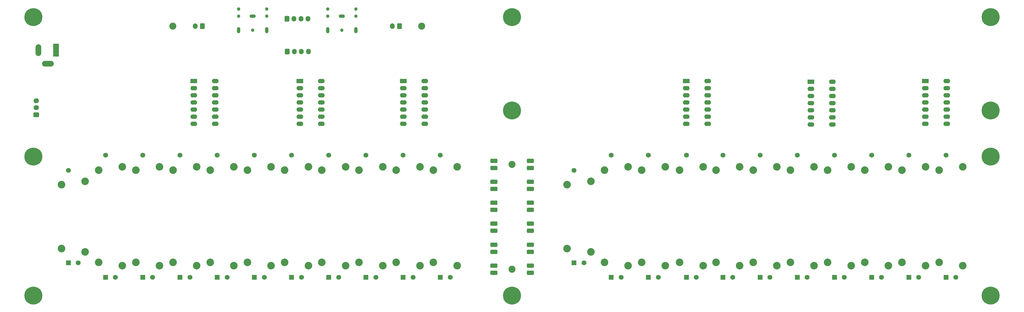
<source format=gbr>
%TF.GenerationSoftware,KiCad,Pcbnew,8.0.8*%
%TF.CreationDate,2025-02-12T06:41:47+01:00*%
%TF.ProjectId,20 Bands Equalizer,32302042-616e-4647-9320-457175616c69,rev?*%
%TF.SameCoordinates,Original*%
%TF.FileFunction,Soldermask,Bot*%
%TF.FilePolarity,Negative*%
%FSLAX46Y46*%
G04 Gerber Fmt 4.6, Leading zero omitted, Abs format (unit mm)*
G04 Created by KiCad (PCBNEW 8.0.8) date 2025-02-12 06:41:47*
%MOMM*%
%LPD*%
G01*
G04 APERTURE LIST*
G04 Aperture macros list*
%AMRoundRect*
0 Rectangle with rounded corners*
0 $1 Rounding radius*
0 $2 $3 $4 $5 $6 $7 $8 $9 X,Y pos of 4 corners*
0 Add a 4 corners polygon primitive as box body*
4,1,4,$2,$3,$4,$5,$6,$7,$8,$9,$2,$3,0*
0 Add four circle primitives for the rounded corners*
1,1,$1+$1,$2,$3*
1,1,$1+$1,$4,$5*
1,1,$1+$1,$6,$7*
1,1,$1+$1,$8,$9*
0 Add four rect primitives between the rounded corners*
20,1,$1+$1,$2,$3,$4,$5,0*
20,1,$1+$1,$4,$5,$6,$7,0*
20,1,$1+$1,$6,$7,$8,$9,0*
20,1,$1+$1,$8,$9,$2,$3,0*%
G04 Aperture macros list end*
%ADD10RoundRect,0.400000X0.850000X-0.400000X0.850000X0.400000X-0.850000X0.400000X-0.850000X-0.400000X0*%
%ADD11C,0.800000*%
%ADD12C,6.400000*%
%ADD13R,1.750000X1.750000*%
%ADD14C,1.750000*%
%ADD15C,2.700000*%
%ADD16C,2.500000*%
%ADD17R,2.400000X1.600000*%
%ADD18O,2.400000X1.600000*%
%ADD19C,1.200000*%
%ADD20O,1.200000X2.200000*%
%ADD21O,2.200000X1.200000*%
%ADD22RoundRect,0.250000X-0.600000X-0.725000X0.600000X-0.725000X0.600000X0.725000X-0.600000X0.725000X0*%
%ADD23O,1.700000X1.950000*%
%ADD24RoundRect,0.250000X0.600000X0.750000X-0.600000X0.750000X-0.600000X-0.750000X0.600000X-0.750000X0*%
%ADD25O,1.700000X2.000000*%
%ADD26RoundRect,0.250000X0.725000X-0.600000X0.725000X0.600000X-0.725000X0.600000X-0.725000X-0.600000X0*%
%ADD27O,1.950000X1.700000*%
%ADD28R,2.000000X4.600000*%
%ADD29O,2.000000X4.200000*%
%ADD30O,4.200000X2.000000*%
G04 APERTURE END LIST*
D10*
%TO.C,D11*%
X198527500Y-88976667D03*
X198527500Y-86436667D03*
%TD*%
D11*
%TO.C,H3*%
X202552500Y-35264611D03*
X203255444Y-33567555D03*
X203255444Y-36961667D03*
X204952500Y-32864611D03*
D12*
X204952500Y-35264611D03*
D11*
X204952500Y-37664611D03*
X206649556Y-33567555D03*
X206649556Y-36961667D03*
X207352500Y-35264611D03*
%TD*%
D10*
%TO.C,D19*%
X211447500Y-103916667D03*
X211447500Y-101376667D03*
%TD*%
D11*
%TO.C,H6*%
X372552500Y-134461667D03*
X373255444Y-132764611D03*
X373255444Y-136158723D03*
X374952500Y-132061667D03*
D12*
X374952500Y-134461667D03*
D11*
X374952500Y-136861667D03*
X376649556Y-132764611D03*
X376649556Y-136158723D03*
X377352500Y-134461667D03*
%TD*%
D10*
%TO.C,D4*%
X198527500Y-118856667D03*
X198527500Y-116316667D03*
%TD*%
D11*
%TO.C,H8*%
X372552500Y-84913139D03*
X373255444Y-83216083D03*
X373255444Y-86610195D03*
X374952500Y-82513139D03*
D12*
X374952500Y-84913139D03*
D11*
X374952500Y-87313139D03*
X376649556Y-83216083D03*
X376649556Y-86610195D03*
X377352500Y-84913139D03*
%TD*%
%TO.C,H14*%
X372552500Y-68520000D03*
X373255444Y-66822944D03*
X373255444Y-70217056D03*
X374952500Y-66120000D03*
D12*
X374952500Y-68520000D03*
D11*
X374952500Y-70920000D03*
X376649556Y-66822944D03*
X376649556Y-70217056D03*
X377352500Y-68520000D03*
%TD*%
D13*
%TO.C,RV20*%
X332686553Y-127931667D03*
D14*
X336186553Y-127931667D03*
X332686553Y-84431667D03*
D15*
X338636553Y-123781667D03*
X330236553Y-122581667D03*
X330236553Y-89781667D03*
X338636553Y-88581667D03*
%TD*%
D16*
%TO.C,H9*%
X204987500Y-87706667D03*
%TD*%
D10*
%TO.C,D12*%
X211447500Y-126326667D03*
X211447500Y-123786667D03*
%TD*%
D13*
%TO.C,RV1*%
X60608667Y-127931667D03*
D14*
X64108667Y-127931667D03*
X60608667Y-84431667D03*
D15*
X66558667Y-123781667D03*
X58158667Y-122581667D03*
X58158667Y-89781667D03*
X66558667Y-88581667D03*
%TD*%
D10*
%TO.C,D21*%
X211447500Y-96446667D03*
X211447500Y-93906667D03*
%TD*%
D17*
%TO.C,U4*%
X166332500Y-57981667D03*
D18*
X166332500Y-60521667D03*
X166332500Y-63061667D03*
X166332500Y-65601667D03*
X166332500Y-68141667D03*
X166332500Y-70681667D03*
X166332500Y-73221667D03*
X173952500Y-73221667D03*
X173952500Y-70681667D03*
X173952500Y-68141667D03*
X173952500Y-65601667D03*
X173952500Y-63061667D03*
X173952500Y-60521667D03*
X173952500Y-57981667D03*
%TD*%
D13*
%TO.C,RV3*%
X47398334Y-122806667D03*
D14*
X50898334Y-122806667D03*
X47398334Y-89806667D03*
D15*
X53348334Y-118906667D03*
X44948334Y-117706667D03*
X44948334Y-94906667D03*
X53348334Y-93706667D03*
%TD*%
D19*
%TO.C,J4*%
X149532500Y-34884611D03*
X149532500Y-32384611D03*
X144532500Y-39884611D03*
X139532500Y-34884611D03*
X139532500Y-32384611D03*
D20*
X149532500Y-39884611D03*
D21*
X144532500Y-34884611D03*
D20*
X139532500Y-39884611D03*
%TD*%
D17*
%TO.C,U7*%
X351737500Y-57981667D03*
D18*
X351737500Y-60521667D03*
X351737500Y-63061667D03*
X351737500Y-65601667D03*
X351737500Y-68141667D03*
X351737500Y-70681667D03*
X351737500Y-73221667D03*
X359357500Y-73221667D03*
X359357500Y-70681667D03*
X359357500Y-68141667D03*
X359357500Y-65601667D03*
X359357500Y-63061667D03*
X359357500Y-60521667D03*
X359357500Y-57981667D03*
%TD*%
D11*
%TO.C,H4*%
X202552500Y-134461667D03*
X203255444Y-132764611D03*
X203255444Y-136158723D03*
X204952500Y-132061667D03*
D12*
X204952500Y-134461667D03*
D11*
X204952500Y-136861667D03*
X206649556Y-132764611D03*
X206649556Y-136158723D03*
X207352500Y-134461667D03*
%TD*%
D13*
%TO.C,RV13*%
X253424555Y-127931667D03*
D14*
X256924555Y-127931667D03*
X253424555Y-84431667D03*
D15*
X259374555Y-123781667D03*
X250974555Y-122581667D03*
X250974555Y-89781667D03*
X259374555Y-88581667D03*
%TD*%
D13*
%TO.C,RV14*%
X227003889Y-122806667D03*
D14*
X230503889Y-122806667D03*
X227003889Y-89806667D03*
D15*
X232953889Y-118906667D03*
X224553889Y-117706667D03*
X224553889Y-94906667D03*
X232953889Y-93706667D03*
%TD*%
D13*
%TO.C,RV19*%
X319476220Y-127931667D03*
D14*
X322976220Y-127931667D03*
X319476220Y-84431667D03*
D15*
X325426220Y-123781667D03*
X317026220Y-122581667D03*
X317026220Y-89781667D03*
X325426220Y-88581667D03*
%TD*%
D17*
%TO.C,U2*%
X91927500Y-57981667D03*
D18*
X91927500Y-60521667D03*
X91927500Y-63061667D03*
X91927500Y-65601667D03*
X91927500Y-68141667D03*
X91927500Y-70681667D03*
X91927500Y-73221667D03*
X99547500Y-73221667D03*
X99547500Y-70681667D03*
X99547500Y-68141667D03*
X99547500Y-65601667D03*
X99547500Y-63061667D03*
X99547500Y-60521667D03*
X99547500Y-57981667D03*
%TD*%
D22*
%TO.C,J7*%
X125130000Y-47500000D03*
D23*
X127630000Y-47500000D03*
X130130000Y-47500000D03*
X132630000Y-47500000D03*
%TD*%
D24*
%TO.C,J3*%
X164952500Y-38464611D03*
D25*
X162452500Y-38464611D03*
%TD*%
D22*
%TO.C,J6*%
X124992500Y-35861667D03*
D23*
X127492500Y-35861667D03*
X129992500Y-35861667D03*
X132492500Y-35861667D03*
%TD*%
D16*
%TO.C,H11*%
X84502500Y-38464611D03*
%TD*%
D10*
%TO.C,D22*%
X211447500Y-88976667D03*
X211447500Y-86436667D03*
%TD*%
D26*
%TO.C,J5*%
X36000000Y-70000000D03*
D27*
X36000000Y-67500000D03*
X36000000Y-65000000D03*
%TD*%
D13*
%TO.C,RV17*%
X293055554Y-127931667D03*
D14*
X296555554Y-127931667D03*
X293055554Y-84431667D03*
D15*
X299005554Y-123781667D03*
X290605554Y-122581667D03*
X290605554Y-89781667D03*
X299005554Y-88581667D03*
%TD*%
D13*
%TO.C,RV4*%
X87029333Y-127931667D03*
D14*
X90529333Y-127931667D03*
X87029333Y-84431667D03*
D15*
X92979333Y-123781667D03*
X84579333Y-122581667D03*
X84579333Y-89781667D03*
X92979333Y-88581667D03*
%TD*%
D10*
%TO.C,D6*%
X198527500Y-111386667D03*
X198527500Y-108846667D03*
%TD*%
D13*
%TO.C,RV10*%
X166291331Y-127931667D03*
D14*
X169791331Y-127931667D03*
X166291331Y-84431667D03*
D15*
X172241331Y-123781667D03*
X163841331Y-122581667D03*
X163841331Y-89781667D03*
X172241331Y-88581667D03*
%TD*%
D13*
%TO.C,RV6*%
X113449999Y-127931667D03*
D14*
X116949999Y-127931667D03*
X113449999Y-84431667D03*
D15*
X119399999Y-123781667D03*
X110999999Y-122581667D03*
X110999999Y-89781667D03*
X119399999Y-88581667D03*
%TD*%
D10*
%TO.C,D10*%
X198527500Y-96446667D03*
X198527500Y-93906667D03*
%TD*%
D16*
%TO.C,H12*%
X172902500Y-38464611D03*
%TD*%
D13*
%TO.C,RV16*%
X279845221Y-127931667D03*
D14*
X283345221Y-127931667D03*
X279845221Y-84431667D03*
D15*
X285795221Y-123781667D03*
X277395221Y-122581667D03*
X277395221Y-89781667D03*
X285795221Y-88581667D03*
%TD*%
D13*
%TO.C,RV21*%
X345896886Y-127931667D03*
D14*
X349396886Y-127931667D03*
X345896886Y-84431667D03*
D15*
X351846886Y-123781667D03*
X343446886Y-122581667D03*
X343446886Y-89781667D03*
X351846886Y-88581667D03*
%TD*%
D13*
%TO.C,RV5*%
X100239666Y-127931667D03*
D14*
X103739666Y-127931667D03*
X100239666Y-84431667D03*
D15*
X106189666Y-123781667D03*
X97789666Y-122581667D03*
X97789666Y-89781667D03*
X106189666Y-88581667D03*
%TD*%
D10*
%TO.C,D17*%
X211447500Y-111386667D03*
X211447500Y-108846667D03*
%TD*%
D11*
%TO.C,H5*%
X372552500Y-35264611D03*
X373255444Y-33567555D03*
X373255444Y-36961667D03*
X374952500Y-32864611D03*
D12*
X374952500Y-35264611D03*
D11*
X374952500Y-37664611D03*
X376649556Y-33567555D03*
X376649556Y-36961667D03*
X377352500Y-35264611D03*
%TD*%
D13*
%TO.C,RV11*%
X179501667Y-127931667D03*
D14*
X183001667Y-127931667D03*
X179501667Y-84431667D03*
D15*
X185451667Y-123781667D03*
X177051667Y-122581667D03*
X177051667Y-89781667D03*
X185451667Y-88581667D03*
%TD*%
D17*
%TO.C,U5*%
X266847500Y-57981667D03*
D18*
X266847500Y-60521667D03*
X266847500Y-63061667D03*
X266847500Y-65601667D03*
X266847500Y-68141667D03*
X266847500Y-70681667D03*
X266847500Y-73221667D03*
X274467500Y-73221667D03*
X274467500Y-70681667D03*
X274467500Y-68141667D03*
X274467500Y-65601667D03*
X274467500Y-63061667D03*
X274467500Y-60521667D03*
X274467500Y-57981667D03*
%TD*%
D13*
%TO.C,RV7*%
X126660332Y-127931667D03*
D14*
X130160332Y-127931667D03*
X126660332Y-84431667D03*
D15*
X132610332Y-123781667D03*
X124210332Y-122581667D03*
X124210332Y-89781667D03*
X132610332Y-88581667D03*
%TD*%
D13*
%TO.C,RV15*%
X266923055Y-127931667D03*
D14*
X270423055Y-127931667D03*
X266923055Y-84431667D03*
D15*
X272873055Y-123781667D03*
X264473055Y-122581667D03*
X264473055Y-89781667D03*
X272873055Y-88581667D03*
%TD*%
D24*
%TO.C,J2*%
X94952500Y-38464611D03*
D25*
X92452500Y-38464611D03*
%TD*%
D11*
%TO.C,H7*%
X32552500Y-84913139D03*
X33255444Y-83216083D03*
X33255444Y-86610195D03*
X34952500Y-82513139D03*
D12*
X34952500Y-84913139D03*
D11*
X34952500Y-87313139D03*
X36649556Y-83216083D03*
X36649556Y-86610195D03*
X37352500Y-84913139D03*
%TD*%
D17*
%TO.C,U6*%
X311137500Y-58254167D03*
D18*
X311137500Y-60794167D03*
X311137500Y-63334167D03*
X311137500Y-65874167D03*
X311137500Y-68414167D03*
X311137500Y-70954167D03*
X311137500Y-73494167D03*
X318757500Y-73494167D03*
X318757500Y-70954167D03*
X318757500Y-68414167D03*
X318757500Y-65874167D03*
X318757500Y-63334167D03*
X318757500Y-60794167D03*
X318757500Y-58254167D03*
%TD*%
D28*
%TO.C,J8*%
X43024944Y-47026779D03*
D29*
X36724944Y-47026779D03*
D30*
X40124944Y-51826779D03*
%TD*%
D19*
%TO.C,J1*%
X117872500Y-34884611D03*
X117872500Y-32384611D03*
X112872500Y-39884611D03*
X107872500Y-34884611D03*
X107872500Y-32384611D03*
D20*
X117872500Y-39884611D03*
D21*
X112872500Y-34884611D03*
D20*
X107872500Y-39884611D03*
%TD*%
D17*
%TO.C,U3*%
X129567500Y-57981667D03*
D18*
X129567500Y-60521667D03*
X129567500Y-63061667D03*
X129567500Y-65601667D03*
X129567500Y-68141667D03*
X129567500Y-70681667D03*
X129567500Y-73221667D03*
X137187500Y-73221667D03*
X137187500Y-70681667D03*
X137187500Y-68141667D03*
X137187500Y-65601667D03*
X137187500Y-63061667D03*
X137187500Y-60521667D03*
X137187500Y-57981667D03*
%TD*%
D13*
%TO.C,RV9*%
X153080998Y-127931667D03*
D14*
X156580998Y-127931667D03*
X153080998Y-84431667D03*
D15*
X159030998Y-123781667D03*
X150630998Y-122581667D03*
X150630998Y-89781667D03*
X159030998Y-88581667D03*
%TD*%
D10*
%TO.C,D15*%
X211447500Y-118856667D03*
X211447500Y-116316667D03*
%TD*%
D11*
%TO.C,H1*%
X32552500Y-35264611D03*
X33255444Y-33567555D03*
X33255444Y-36961667D03*
X34952500Y-32864611D03*
D12*
X34952500Y-35264611D03*
D11*
X34952500Y-37664611D03*
X36649556Y-33567555D03*
X36649556Y-36961667D03*
X37352500Y-35264611D03*
%TD*%
D13*
%TO.C,RV2*%
X73819000Y-127931667D03*
D14*
X77319000Y-127931667D03*
X73819000Y-84431667D03*
D15*
X79769000Y-123781667D03*
X71369000Y-122581667D03*
X71369000Y-89781667D03*
X79769000Y-88581667D03*
%TD*%
D11*
%TO.C,H2*%
X32552500Y-134461667D03*
X33255444Y-132764611D03*
X33255444Y-136158723D03*
X34952500Y-132061667D03*
D12*
X34952500Y-134461667D03*
D11*
X34952500Y-136861667D03*
X36649556Y-132764611D03*
X36649556Y-136158723D03*
X37352500Y-134461667D03*
%TD*%
D16*
%TO.C,H10*%
X204987500Y-125056667D03*
%TD*%
D13*
%TO.C,RV18*%
X306265887Y-127931667D03*
D14*
X309765887Y-127931667D03*
X306265887Y-84431667D03*
D15*
X312215887Y-123781667D03*
X303815887Y-122581667D03*
X303815887Y-89781667D03*
X312215887Y-88581667D03*
%TD*%
D13*
%TO.C,RV8*%
X139870665Y-127931667D03*
D14*
X143370665Y-127931667D03*
X139870665Y-84431667D03*
D15*
X145820665Y-123781667D03*
X137420665Y-122581667D03*
X137420665Y-89781667D03*
X145820665Y-88581667D03*
%TD*%
D10*
%TO.C,D8*%
X198527500Y-103916667D03*
X198527500Y-101376667D03*
%TD*%
%TO.C,D1*%
X198527500Y-126326667D03*
X198527500Y-123786667D03*
%TD*%
D13*
%TO.C,RV12*%
X240214222Y-127931667D03*
D14*
X243714222Y-127931667D03*
X240214222Y-84431667D03*
D15*
X246164222Y-123781667D03*
X237764222Y-122581667D03*
X237764222Y-89781667D03*
X246164222Y-88581667D03*
%TD*%
D11*
%TO.C,H13*%
X202552500Y-68520000D03*
X203255444Y-66822944D03*
X203255444Y-70217056D03*
X204952500Y-66120000D03*
D12*
X204952500Y-68520000D03*
D11*
X204952500Y-70920000D03*
X206649556Y-66822944D03*
X206649556Y-70217056D03*
X207352500Y-68520000D03*
%TD*%
D13*
%TO.C,RV22*%
X359107222Y-127931667D03*
D14*
X362607222Y-127931667D03*
X359107222Y-84431667D03*
D15*
X365057222Y-123781667D03*
X356657222Y-122581667D03*
X356657222Y-89781667D03*
X365057222Y-88581667D03*
%TD*%
M02*

</source>
